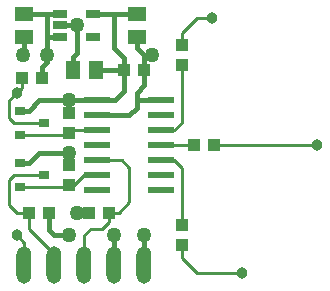
<source format=gtl>
G04 #@! TF.GenerationSoftware,KiCad,Pcbnew,5.0.0-fee4fd1~65~ubuntu17.10.1*
G04 #@! TF.CreationDate,2018-09-18T05:44:28-04:00*
G04 #@! TF.ProjectId,touch,746F7563682E6B696361645F70636200,B*
G04 #@! TF.SameCoordinates,Original*
G04 #@! TF.FileFunction,Copper,L1,Top,Signal*
G04 #@! TF.FilePolarity,Positive*
%FSLAX46Y46*%
G04 Gerber Fmt 4.6, Leading zero omitted, Abs format (unit mm)*
G04 Created by KiCad (PCBNEW 5.0.0-fee4fd1~65~ubuntu17.10.1) date Tue Sep 18 05:44:28 2018*
%MOMM*%
%LPD*%
G01*
G04 APERTURE LIST*
G04 #@! TA.AperFunction,SMDPad,CuDef*
%ADD10R,2.200000X0.600000*%
G04 #@! TD*
G04 #@! TA.AperFunction,SMDPad,CuDef*
%ADD11R,1.200000X0.650000*%
G04 #@! TD*
G04 #@! TA.AperFunction,SMDPad,CuDef*
%ADD12R,1.000000X1.100000*%
G04 #@! TD*
G04 #@! TA.AperFunction,SMDPad,CuDef*
%ADD13R,1.300000X1.500000*%
G04 #@! TD*
G04 #@! TA.AperFunction,SMDPad,CuDef*
%ADD14R,1.100000X1.000000*%
G04 #@! TD*
G04 #@! TA.AperFunction,SMDPad,CuDef*
%ADD15R,1.500000X1.300000*%
G04 #@! TD*
G04 #@! TA.AperFunction,SMDPad,CuDef*
%ADD16O,1.270000X3.175000*%
G04 #@! TD*
G04 #@! TA.AperFunction,SMDPad,CuDef*
%ADD17R,0.900000X0.800000*%
G04 #@! TD*
G04 #@! TA.AperFunction,ViaPad*
%ADD18C,1.270000*%
G04 #@! TD*
G04 #@! TA.AperFunction,ViaPad*
%ADD19C,0.965200*%
G04 #@! TD*
G04 #@! TA.AperFunction,Conductor*
%ADD20C,0.406400*%
G04 #@! TD*
G04 #@! TA.AperFunction,Conductor*
%ADD21C,0.254000*%
G04 #@! TD*
%ADD22C,0.350000*%
G04 APERTURE END LIST*
D10*
G04 #@! TO.P,U1,8*
G04 #@! TO.N,Net-(U1-Pad8)*
X115095000Y-104648000D03*
G04 #@! TO.P,U1,9*
G04 #@! TO.N,Net-(U1-Pad9)*
X115095000Y-103378000D03*
G04 #@! TO.P,U1,10*
G04 #@! TO.N,Net-(R5-Pad1)*
X115095000Y-102108000D03*
G04 #@! TO.P,U1,7*
G04 #@! TO.N,Net-(U1-Pad7)*
X109695000Y-104648000D03*
G04 #@! TO.P,U1,6*
G04 #@! TO.N,/SCL_3V3*
X109695000Y-103378000D03*
G04 #@! TO.P,U1,5*
G04 #@! TO.N,/~CHANGE*
X109695000Y-102108000D03*
G04 #@! TO.P,U1,11*
G04 #@! TO.N,Net-(R4-Pad1)*
X115095000Y-100838000D03*
G04 #@! TO.P,U1,12*
G04 #@! TO.N,Net-(R6-Pad1)*
X115095000Y-99568000D03*
G04 #@! TO.P,U1,14*
G04 #@! TO.N,GND*
X115095000Y-97028000D03*
G04 #@! TO.P,U1,4*
G04 #@! TO.N,Net-(U1-Pad4)*
X109695000Y-100838000D03*
G04 #@! TO.P,U1,3*
G04 #@! TO.N,/SDA_3V3*
X109695000Y-99568000D03*
G04 #@! TO.P,U1,1*
G04 #@! TO.N,+3V3*
X109695000Y-97028000D03*
G04 #@! TO.P,U1,13*
G04 #@! TO.N,Net-(U1-Pad13)*
X115095000Y-98298000D03*
G04 #@! TO.P,U1,2*
G04 #@! TO.N,GND*
X109695000Y-98298000D03*
G04 #@! TD*
D11*
G04 #@! TO.P,U2,1*
G04 #@! TO.N,+5V*
X106550000Y-89728000D03*
G04 #@! TO.P,U2,2*
G04 #@! TO.N,GND*
X106550000Y-90678000D03*
G04 #@! TO.P,U2,3*
G04 #@! TO.N,+5V*
X106550000Y-91628000D03*
G04 #@! TO.P,U2,4*
G04 #@! TO.N,Net-(U2-Pad4)*
X109350000Y-91628000D03*
G04 #@! TO.P,U2,5*
G04 #@! TO.N,+3V3*
X109350000Y-89728000D03*
G04 #@! TD*
D12*
G04 #@! TO.P,R7,1*
G04 #@! TO.N,/SDA_3V3*
X107315000Y-99783000D03*
G04 #@! TO.P,R7,2*
G04 #@! TO.N,+3V3*
X107315000Y-98083000D03*
G04 #@! TD*
D13*
G04 #@! TO.P,C1,1*
G04 #@! TO.N,+3V3*
X109535000Y-94488000D03*
G04 #@! TO.P,C1,2*
G04 #@! TO.N,GND*
X107635000Y-94488000D03*
G04 #@! TD*
D14*
G04 #@! TO.P,C2,1*
G04 #@! TO.N,+3V3*
X111965000Y-94488000D03*
G04 #@! TO.P,C2,2*
G04 #@! TO.N,GND*
X113665000Y-94488000D03*
G04 #@! TD*
D15*
G04 #@! TO.P,C3,1*
G04 #@! TO.N,GND*
X103505000Y-91628000D03*
G04 #@! TO.P,C3,2*
G04 #@! TO.N,+5V*
X103505000Y-89728000D03*
G04 #@! TD*
G04 #@! TO.P,C4,1*
G04 #@! TO.N,GND*
X113030000Y-91628000D03*
G04 #@! TO.P,C4,2*
G04 #@! TO.N,+3V3*
X113030000Y-89728000D03*
G04 #@! TD*
D16*
G04 #@! TO.P,J1,1*
G04 #@! TO.N,/SDA_5V*
X103505000Y-110998000D03*
G04 #@! TO.P,J1,2*
G04 #@! TO.N,/SCL_5V*
X106045000Y-110998000D03*
G04 #@! TO.P,J1,3*
G04 #@! TO.N,/~CHANGE*
X108585000Y-110998000D03*
G04 #@! TO.P,J1,5*
G04 #@! TO.N,+5V*
X113665000Y-110998000D03*
G04 #@! TO.P,J1,4*
G04 #@! TO.N,GND*
X111125000Y-110998000D03*
G04 #@! TD*
D14*
G04 #@! TO.P,R1,1*
G04 #@! TO.N,/SDA_5V*
X103290000Y-95123000D03*
G04 #@! TO.P,R1,2*
G04 #@! TO.N,+5V*
X104990000Y-95123000D03*
G04 #@! TD*
G04 #@! TO.P,R2,1*
G04 #@! TO.N,+3V3*
X109005000Y-106553000D03*
G04 #@! TO.P,R2,2*
G04 #@! TO.N,/~CHANGE*
X110705000Y-106553000D03*
G04 #@! TD*
G04 #@! TO.P,R3,1*
G04 #@! TO.N,/SCL_5V*
X103925000Y-106553000D03*
G04 #@! TO.P,R3,2*
G04 #@! TO.N,+5V*
X105625000Y-106553000D03*
G04 #@! TD*
G04 #@! TO.P,R4,1*
G04 #@! TO.N,Net-(R4-Pad1)*
X117895000Y-100838000D03*
G04 #@! TO.P,R4,2*
G04 #@! TO.N,/E_RIGHT*
X119595000Y-100838000D03*
G04 #@! TD*
D12*
G04 #@! TO.P,R5,1*
G04 #@! TO.N,Net-(R5-Pad1)*
X116840000Y-107608000D03*
G04 #@! TO.P,R5,2*
G04 #@! TO.N,/E_SET*
X116840000Y-109308000D03*
G04 #@! TD*
G04 #@! TO.P,R6,1*
G04 #@! TO.N,Net-(R6-Pad1)*
X116840000Y-94068000D03*
G04 #@! TO.P,R6,2*
G04 #@! TO.N,/E_LEFT*
X116840000Y-92368000D03*
G04 #@! TD*
G04 #@! TO.P,R8,1*
G04 #@! TO.N,/SCL_3V3*
X107315000Y-104228000D03*
G04 #@! TO.P,R8,2*
G04 #@! TO.N,+3V3*
X107315000Y-102528000D03*
G04 #@! TD*
D17*
G04 #@! TO.P,Q1,1*
G04 #@! TO.N,+3V3*
X103140000Y-97933000D03*
G04 #@! TO.P,Q1,2*
G04 #@! TO.N,/SDA_3V3*
X103140000Y-99933000D03*
G04 #@! TO.P,Q1,3*
G04 #@! TO.N,/SDA_5V*
X105140000Y-98933000D03*
G04 #@! TD*
G04 #@! TO.P,Q2,1*
G04 #@! TO.N,+3V3*
X103140000Y-102378000D03*
G04 #@! TO.P,Q2,2*
G04 #@! TO.N,/SCL_3V3*
X103140000Y-104378000D03*
G04 #@! TO.P,Q2,3*
G04 #@! TO.N,/SCL_5V*
X105140000Y-103378000D03*
G04 #@! TD*
D18*
G04 #@! TO.N,GND*
X114300000Y-93218000D03*
X103411883Y-93171442D03*
X111125000Y-108458006D03*
X107950000Y-90678000D03*
G04 #@! TO.N,+3V3*
X107950000Y-106553000D03*
X107315000Y-97028000D03*
X107315000Y-101473000D03*
D19*
G04 #@! TO.N,/E_LEFT*
X119379988Y-90043000D03*
G04 #@! TO.N,/E_SET*
X121920000Y-111633000D03*
G04 #@! TO.N,/E_RIGHT*
X128269984Y-100838000D03*
D18*
G04 #@! TO.N,+5V*
X107315000Y-108458000D03*
X113665000Y-108458000D03*
X105410000Y-93217976D03*
D19*
G04 #@! TO.N,/SDA_5V*
X102870000Y-96393000D03*
X102870000Y-108458000D03*
G04 #@! TD*
D20*
G04 #@! TO.N,GND*
X113665000Y-93218000D02*
X114300000Y-93218000D01*
X109695000Y-98298000D02*
X112395000Y-98298000D01*
X112395000Y-98298000D02*
X113030000Y-97663000D01*
X113030000Y-97663000D02*
X113030000Y-97028000D01*
X103505000Y-91628000D02*
X103505000Y-93078325D01*
X103505000Y-93078325D02*
X103411883Y-93171442D01*
X107950000Y-93016600D02*
X107950000Y-90678000D01*
X107635000Y-94488000D02*
X107635000Y-93331600D01*
X107635000Y-93331600D02*
X107950000Y-93016600D01*
X113665000Y-94488000D02*
X113665000Y-95758000D01*
X113665000Y-95758000D02*
X113030000Y-96393000D01*
X113030000Y-96393000D02*
X113030000Y-97028000D01*
X113030000Y-97028000D02*
X115095000Y-97028000D01*
X113030000Y-91628000D02*
X113030000Y-92583000D01*
X113030000Y-92583000D02*
X113665000Y-93218000D01*
X113665000Y-94488000D02*
X113665000Y-93218000D01*
X111125000Y-110363000D02*
X111125000Y-108458006D01*
X106550000Y-90678000D02*
X107950000Y-90678000D01*
G04 #@! TO.N,+3V3*
X109005000Y-106553000D02*
X107950000Y-106553000D01*
X111125000Y-92583000D02*
X111965000Y-93423000D01*
X111965000Y-93423000D02*
X111965000Y-94488000D01*
X111125000Y-89728000D02*
X113030000Y-89728000D01*
X109350000Y-89728000D02*
X111125000Y-89728000D01*
X111125000Y-89728000D02*
X111125000Y-92583000D01*
X107315000Y-101473000D02*
X104775000Y-101473000D01*
X103870000Y-102378000D02*
X103140000Y-102378000D01*
X104775000Y-101473000D02*
X103870000Y-102378000D01*
X107315000Y-102528000D02*
X107315000Y-101473000D01*
X109695000Y-97028000D02*
X107315000Y-97028000D01*
X107315000Y-97028000D02*
X104775000Y-97028000D01*
X107315000Y-98083000D02*
X107315000Y-97028000D01*
X104775000Y-97028000D02*
X103870000Y-97933000D01*
X103870000Y-97933000D02*
X103140000Y-97933000D01*
X109535000Y-94488000D02*
X110490000Y-94488000D01*
X109695000Y-97028000D02*
X111201400Y-97028000D01*
X111201400Y-97028000D02*
X111965000Y-96264400D01*
X111965000Y-96264400D02*
X111965000Y-95394400D01*
X111965000Y-95394400D02*
X111965000Y-94488000D01*
X110490000Y-97028000D02*
X109695000Y-97028000D01*
X110490000Y-94488000D02*
X111965000Y-94488000D01*
D21*
G04 #@! TO.N,Net-(R4-Pad1)*
X115095000Y-100838000D02*
X117895000Y-100838000D01*
G04 #@! TO.N,/E_LEFT*
X116840000Y-92368000D02*
X116840000Y-91313000D01*
X116840000Y-91313000D02*
X118110000Y-90043000D01*
X118110000Y-90043000D02*
X119379988Y-90043000D01*
X119380000Y-90043000D02*
X119379988Y-90043000D01*
G04 #@! TO.N,Net-(R5-Pad1)*
X115095000Y-102108000D02*
X116205000Y-102108000D01*
X116205000Y-102108000D02*
X116840000Y-102743000D01*
X116840000Y-102743000D02*
X116840000Y-106804000D01*
X116840000Y-106804000D02*
X116840000Y-107608000D01*
G04 #@! TO.N,/E_SET*
X116840000Y-109308000D02*
X116840000Y-110363000D01*
X118110000Y-111633000D02*
X119380000Y-111633000D01*
X116840000Y-110363000D02*
X118110000Y-111633000D01*
X119380000Y-111633000D02*
X121920000Y-111633000D01*
G04 #@! TO.N,Net-(R6-Pad1)*
X115095000Y-99568000D02*
X116205000Y-99568000D01*
X116205000Y-99568000D02*
X116840000Y-98933000D01*
X116840000Y-98933000D02*
X116840000Y-94872000D01*
X116840000Y-94872000D02*
X116840000Y-94068000D01*
G04 #@! TO.N,/E_RIGHT*
X121920000Y-100838000D02*
X128269984Y-100838000D01*
X119595000Y-100838000D02*
X121920000Y-100838000D01*
G04 #@! TO.N,/~CHANGE*
X112395000Y-102743000D02*
X111760000Y-102108000D01*
X111760000Y-102108000D02*
X109695000Y-102108000D01*
X112395000Y-105667000D02*
X112395000Y-102743000D01*
X110705000Y-106553000D02*
X111509000Y-106553000D01*
X111509000Y-106553000D02*
X112395000Y-105667000D01*
X108585000Y-110998000D02*
X108585000Y-108458000D01*
X109139999Y-107903001D02*
X110108999Y-107903001D01*
X108585000Y-108458000D02*
X109139999Y-107903001D01*
X110108999Y-107903001D02*
X110705000Y-107307000D01*
X110705000Y-107307000D02*
X110705000Y-106553000D01*
D20*
G04 #@! TO.N,+5V*
X105625000Y-106553000D02*
X105625000Y-108038000D01*
X105625000Y-108038000D02*
X106045000Y-108458000D01*
X106045000Y-108458000D02*
X107315000Y-108458000D01*
X113665000Y-110998000D02*
X113665000Y-108458000D01*
X105410000Y-93217976D02*
X105410000Y-93796600D01*
X105410000Y-93796600D02*
X104990000Y-94216600D01*
X104990000Y-94216600D02*
X104990000Y-95123000D01*
X105410000Y-91285962D02*
X105410000Y-93217976D01*
X106550000Y-91628000D02*
X105471000Y-91628000D01*
X105471000Y-91628000D02*
X105410000Y-91567000D01*
X105410000Y-91567000D02*
X105410000Y-91285962D01*
X106550000Y-89728000D02*
X105410000Y-89728000D01*
X105410000Y-89728000D02*
X103505000Y-89728000D01*
X105410000Y-91285962D02*
X105410000Y-89728000D01*
D21*
G04 #@! TO.N,/SCL_5V*
X103925000Y-106553000D02*
X103925000Y-107925500D01*
X106045000Y-110045500D02*
X106045000Y-110998000D01*
X103925000Y-107925500D02*
X106045000Y-110045500D01*
X102870000Y-106553000D02*
X103925000Y-106553000D01*
X105140000Y-103378000D02*
X102604198Y-103378000D01*
X102235000Y-105918000D02*
X102870000Y-106553000D01*
X102235000Y-103747198D02*
X102235000Y-105918000D01*
X102604198Y-103378000D02*
X102235000Y-103747198D01*
G04 #@! TO.N,/SDA_3V3*
X103140000Y-99933000D02*
X107165000Y-99933000D01*
X107165000Y-99933000D02*
X107315000Y-99783000D01*
X109695000Y-99568000D02*
X107530000Y-99568000D01*
X107530000Y-99568000D02*
X107315000Y-99783000D01*
G04 #@! TO.N,/SDA_5V*
X103290000Y-95123000D02*
X103290000Y-95973000D01*
X103290000Y-95973000D02*
X102870000Y-96393000D01*
X102604198Y-98933000D02*
X105140000Y-98933000D01*
X102235000Y-97028000D02*
X102235000Y-98563802D01*
X102235000Y-98563802D02*
X102604198Y-98933000D01*
X102870000Y-96393000D02*
X102235000Y-97028000D01*
X103505000Y-110998000D02*
X103505000Y-109093000D01*
X103505000Y-109093000D02*
X102870000Y-108458000D01*
G04 #@! TO.N,/SCL_3V3*
X103140000Y-104378000D02*
X107165000Y-104378000D01*
X107165000Y-104378000D02*
X107315000Y-104228000D01*
X107315000Y-104228000D02*
X107735000Y-104228000D01*
X108585000Y-103378000D02*
X109695000Y-103378000D01*
X107735000Y-104228000D02*
X108585000Y-103378000D01*
G04 #@! TD*
D22*
X114300000Y-93218000D03*
X103411883Y-93171442D03*
X111125000Y-108458006D03*
X107950000Y-90678000D03*
X107950000Y-106553000D03*
X107315000Y-97028000D03*
X107315000Y-101473000D03*
X119379988Y-90043000D03*
X121920000Y-111633000D03*
X128269984Y-100838000D03*
X107315000Y-108458000D03*
X113665000Y-108458000D03*
X105410000Y-93217976D03*
X102870000Y-96393000D03*
X102870000Y-108458000D03*
M02*

</source>
